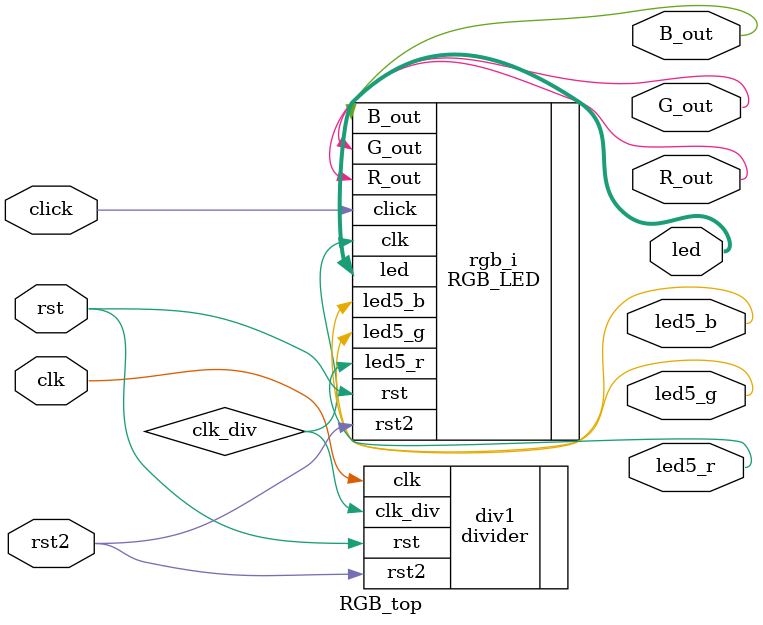
<source format=v>
module RGB_top (
    input       clk,
    input       rst,
    input       rst2,
    input      click,
    output			R_out,
    output			G_out,
    output			B_out,
    output          led5_r,
    output          led5_g,
    output          led5_b,
    output[3:0]     led
    
);



  RGB_LED rgb_i (
    .clk ( clk_div ),
    .rst ( rst ),
    .rst2(rst2),
    .click(click),
    .R_out ( R_out ),
    .G_out ( G_out ),
    .B_out ( B_out ),
    .led5_r(led5_r),
    .led5_g(led5_g),
    .led5_b(led5_b),
    .led (led)
  );
 divider div1(
    .clk(clk),
    .rst(rst),
    .rst2(rst2),
    .clk_div(clk_div)
  );
endmodule // RGB_top

</source>
